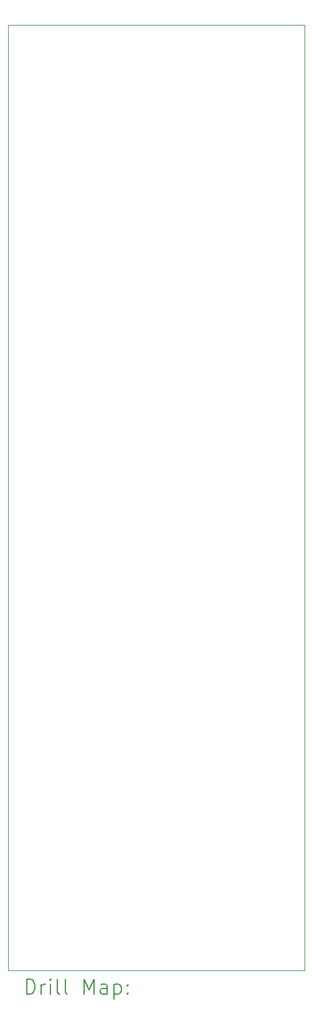
<source format=gbr>
%TF.GenerationSoftware,KiCad,Pcbnew,8.0.5*%
%TF.CreationDate,2024-11-24T11:24:03+01:00*%
%TF.ProjectId,kicks-panel,6b69636b-732d-4706-916e-656c2e6b6963,rev?*%
%TF.SameCoordinates,Original*%
%TF.FileFunction,Drillmap*%
%TF.FilePolarity,Positive*%
%FSLAX45Y45*%
G04 Gerber Fmt 4.5, Leading zero omitted, Abs format (unit mm)*
G04 Created by KiCad (PCBNEW 8.0.5) date 2024-11-24 11:24:03*
%MOMM*%
%LPD*%
G01*
G04 APERTURE LIST*
%ADD10C,0.100000*%
%ADD11C,0.200000*%
G04 APERTURE END LIST*
D10*
X5000000Y-4075000D02*
X9030000Y-4075000D01*
X9030000Y-16925000D01*
X5000000Y-16925000D01*
X5000000Y-4075000D01*
D11*
X5255777Y-17241484D02*
X5255777Y-17041484D01*
X5255777Y-17041484D02*
X5303396Y-17041484D01*
X5303396Y-17041484D02*
X5331967Y-17051008D01*
X5331967Y-17051008D02*
X5351015Y-17070055D01*
X5351015Y-17070055D02*
X5360539Y-17089103D01*
X5360539Y-17089103D02*
X5370063Y-17127198D01*
X5370063Y-17127198D02*
X5370063Y-17155770D01*
X5370063Y-17155770D02*
X5360539Y-17193865D01*
X5360539Y-17193865D02*
X5351015Y-17212912D01*
X5351015Y-17212912D02*
X5331967Y-17231960D01*
X5331967Y-17231960D02*
X5303396Y-17241484D01*
X5303396Y-17241484D02*
X5255777Y-17241484D01*
X5455777Y-17241484D02*
X5455777Y-17108150D01*
X5455777Y-17146246D02*
X5465301Y-17127198D01*
X5465301Y-17127198D02*
X5474824Y-17117674D01*
X5474824Y-17117674D02*
X5493872Y-17108150D01*
X5493872Y-17108150D02*
X5512920Y-17108150D01*
X5579586Y-17241484D02*
X5579586Y-17108150D01*
X5579586Y-17041484D02*
X5570063Y-17051008D01*
X5570063Y-17051008D02*
X5579586Y-17060531D01*
X5579586Y-17060531D02*
X5589110Y-17051008D01*
X5589110Y-17051008D02*
X5579586Y-17041484D01*
X5579586Y-17041484D02*
X5579586Y-17060531D01*
X5703396Y-17241484D02*
X5684348Y-17231960D01*
X5684348Y-17231960D02*
X5674824Y-17212912D01*
X5674824Y-17212912D02*
X5674824Y-17041484D01*
X5808158Y-17241484D02*
X5789110Y-17231960D01*
X5789110Y-17231960D02*
X5779586Y-17212912D01*
X5779586Y-17212912D02*
X5779586Y-17041484D01*
X6036729Y-17241484D02*
X6036729Y-17041484D01*
X6036729Y-17041484D02*
X6103396Y-17184341D01*
X6103396Y-17184341D02*
X6170062Y-17041484D01*
X6170062Y-17041484D02*
X6170062Y-17241484D01*
X6351015Y-17241484D02*
X6351015Y-17136722D01*
X6351015Y-17136722D02*
X6341491Y-17117674D01*
X6341491Y-17117674D02*
X6322443Y-17108150D01*
X6322443Y-17108150D02*
X6284348Y-17108150D01*
X6284348Y-17108150D02*
X6265301Y-17117674D01*
X6351015Y-17231960D02*
X6331967Y-17241484D01*
X6331967Y-17241484D02*
X6284348Y-17241484D01*
X6284348Y-17241484D02*
X6265301Y-17231960D01*
X6265301Y-17231960D02*
X6255777Y-17212912D01*
X6255777Y-17212912D02*
X6255777Y-17193865D01*
X6255777Y-17193865D02*
X6265301Y-17174817D01*
X6265301Y-17174817D02*
X6284348Y-17165293D01*
X6284348Y-17165293D02*
X6331967Y-17165293D01*
X6331967Y-17165293D02*
X6351015Y-17155770D01*
X6446253Y-17108150D02*
X6446253Y-17308150D01*
X6446253Y-17117674D02*
X6465301Y-17108150D01*
X6465301Y-17108150D02*
X6503396Y-17108150D01*
X6503396Y-17108150D02*
X6522443Y-17117674D01*
X6522443Y-17117674D02*
X6531967Y-17127198D01*
X6531967Y-17127198D02*
X6541491Y-17146246D01*
X6541491Y-17146246D02*
X6541491Y-17203389D01*
X6541491Y-17203389D02*
X6531967Y-17222436D01*
X6531967Y-17222436D02*
X6522443Y-17231960D01*
X6522443Y-17231960D02*
X6503396Y-17241484D01*
X6503396Y-17241484D02*
X6465301Y-17241484D01*
X6465301Y-17241484D02*
X6446253Y-17231960D01*
X6627205Y-17222436D02*
X6636729Y-17231960D01*
X6636729Y-17231960D02*
X6627205Y-17241484D01*
X6627205Y-17241484D02*
X6617682Y-17231960D01*
X6617682Y-17231960D02*
X6627205Y-17222436D01*
X6627205Y-17222436D02*
X6627205Y-17241484D01*
X6627205Y-17117674D02*
X6636729Y-17127198D01*
X6636729Y-17127198D02*
X6627205Y-17136722D01*
X6627205Y-17136722D02*
X6617682Y-17127198D01*
X6617682Y-17127198D02*
X6627205Y-17117674D01*
X6627205Y-17117674D02*
X6627205Y-17136722D01*
M02*

</source>
